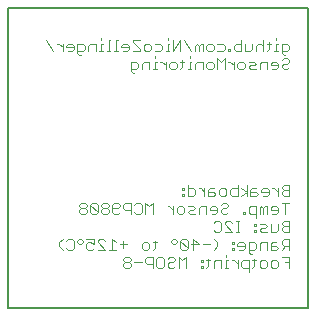
<source format=gbo>
G75*
%MOIN*%
%OFA0B0*%
%FSLAX25Y25*%
%IPPOS*%
%LPD*%
%AMOC8*
5,1,8,0,0,1.08239X$1,22.5*
%
%ADD10C,0.00000*%
%ADD11C,0.00300*%
%ADD12C,0.00500*%
D10*
X0005629Y0005629D02*
X0005629Y0105590D01*
X0105629Y0105629D01*
X0105629Y0005629D01*
X0005629Y0005629D01*
D11*
X0023725Y0024904D02*
X0022490Y0026139D01*
X0022490Y0027373D01*
X0023725Y0028607D01*
X0024939Y0027990D02*
X0025556Y0028607D01*
X0026791Y0028607D01*
X0027408Y0027990D01*
X0027408Y0025521D01*
X0026791Y0024904D01*
X0025556Y0024904D01*
X0024939Y0025521D01*
X0028626Y0027373D02*
X0028626Y0027990D01*
X0029243Y0028607D01*
X0029860Y0028607D01*
X0030477Y0027990D01*
X0030477Y0027373D01*
X0029860Y0026756D01*
X0029243Y0026756D01*
X0028626Y0027373D01*
X0031691Y0026756D02*
X0031691Y0025521D01*
X0032309Y0024904D01*
X0033543Y0024904D01*
X0034160Y0025521D01*
X0034160Y0026756D02*
X0032926Y0027373D01*
X0032309Y0027373D01*
X0031691Y0026756D01*
X0031691Y0028607D02*
X0034160Y0028607D01*
X0034160Y0026756D01*
X0035375Y0027373D02*
X0035375Y0027990D01*
X0035992Y0028607D01*
X0037226Y0028607D01*
X0037843Y0027990D01*
X0040292Y0028607D02*
X0040292Y0024904D01*
X0039058Y0024904D02*
X0041527Y0024904D01*
X0042741Y0026756D02*
X0045210Y0026756D01*
X0043975Y0027990D02*
X0043975Y0025521D01*
X0044586Y0022607D02*
X0043969Y0021990D01*
X0043969Y0021373D01*
X0044586Y0020756D01*
X0045820Y0020756D01*
X0046437Y0021373D01*
X0046437Y0021990D01*
X0045820Y0022607D01*
X0044586Y0022607D01*
X0044586Y0020756D02*
X0043969Y0020139D01*
X0043969Y0019521D01*
X0044586Y0018904D01*
X0045820Y0018904D01*
X0046437Y0019521D01*
X0046437Y0020139D01*
X0045820Y0020756D01*
X0047652Y0020756D02*
X0050121Y0020756D01*
X0051335Y0020756D02*
X0051335Y0021990D01*
X0051952Y0022607D01*
X0053804Y0022607D01*
X0053804Y0018904D01*
X0055018Y0019521D02*
X0055018Y0021990D01*
X0055635Y0022607D01*
X0056870Y0022607D01*
X0057487Y0021990D01*
X0057487Y0019521D01*
X0056870Y0018904D01*
X0055635Y0018904D01*
X0055018Y0019521D01*
X0053804Y0020139D02*
X0051952Y0020139D01*
X0051335Y0020756D01*
X0050724Y0024904D02*
X0050107Y0025521D01*
X0050107Y0026756D01*
X0050724Y0027373D01*
X0051959Y0027373D01*
X0052576Y0026756D01*
X0052576Y0025521D01*
X0051959Y0024904D01*
X0050724Y0024904D01*
X0053797Y0024904D02*
X0054414Y0025521D01*
X0054414Y0027990D01*
X0055031Y0027373D02*
X0053797Y0027373D01*
X0059932Y0027373D02*
X0060549Y0026756D01*
X0061167Y0026756D01*
X0061784Y0027373D01*
X0061784Y0027990D01*
X0061167Y0028607D01*
X0060549Y0028607D01*
X0059932Y0027990D01*
X0059932Y0027373D01*
X0062998Y0027990D02*
X0062998Y0025521D01*
X0063615Y0024904D01*
X0064850Y0024904D01*
X0065467Y0025521D01*
X0062998Y0027990D01*
X0063615Y0028607D01*
X0064850Y0028607D01*
X0065467Y0027990D01*
X0065467Y0025521D01*
X0067299Y0024904D02*
X0067299Y0028607D01*
X0069150Y0026756D01*
X0066681Y0026756D01*
X0070364Y0026756D02*
X0072833Y0026756D01*
X0074054Y0028607D02*
X0075289Y0027373D01*
X0075289Y0026139D01*
X0074054Y0024904D01*
X0072216Y0021990D02*
X0072216Y0019521D01*
X0071599Y0018904D01*
X0070378Y0018904D02*
X0070378Y0019521D01*
X0069761Y0019521D01*
X0069761Y0018904D01*
X0070378Y0018904D01*
X0070378Y0020756D02*
X0070378Y0021373D01*
X0069761Y0021373D01*
X0069761Y0020756D01*
X0070378Y0020756D01*
X0071599Y0021373D02*
X0072833Y0021373D01*
X0074048Y0020756D02*
X0074048Y0018904D01*
X0074048Y0020756D02*
X0074665Y0021373D01*
X0076516Y0021373D01*
X0076516Y0018904D01*
X0077737Y0018904D02*
X0078972Y0018904D01*
X0078355Y0018904D02*
X0078355Y0021373D01*
X0078972Y0021373D01*
X0080190Y0021373D02*
X0080807Y0021373D01*
X0082041Y0020139D01*
X0082041Y0021373D02*
X0082041Y0018904D01*
X0083255Y0019521D02*
X0083873Y0018904D01*
X0085724Y0018904D01*
X0086945Y0018904D02*
X0087563Y0019521D01*
X0087563Y0021990D01*
X0088180Y0021373D02*
X0086945Y0021373D01*
X0085724Y0021373D02*
X0083873Y0021373D01*
X0083255Y0020756D01*
X0083255Y0019521D01*
X0085724Y0017670D02*
X0085724Y0021373D01*
X0086328Y0023670D02*
X0085711Y0024287D01*
X0085711Y0027373D01*
X0087563Y0027373D01*
X0088180Y0026756D01*
X0088180Y0025521D01*
X0087563Y0024904D01*
X0085711Y0024904D01*
X0086328Y0023670D02*
X0086945Y0023670D01*
X0089394Y0024904D02*
X0089394Y0026756D01*
X0090011Y0027373D01*
X0091863Y0027373D01*
X0091863Y0024904D01*
X0093077Y0024904D02*
X0094929Y0024904D01*
X0095546Y0025521D01*
X0094929Y0026139D01*
X0093077Y0026139D01*
X0093077Y0026756D02*
X0093077Y0024904D01*
X0093077Y0026756D02*
X0093694Y0027373D01*
X0094929Y0027373D01*
X0096760Y0027990D02*
X0096760Y0026756D01*
X0097378Y0026139D01*
X0099229Y0026139D01*
X0097995Y0026139D02*
X0096760Y0024904D01*
X0096760Y0022607D02*
X0099229Y0022607D01*
X0099229Y0018904D01*
X0099229Y0020756D02*
X0097995Y0020756D01*
X0095546Y0020756D02*
X0095546Y0019521D01*
X0094929Y0018904D01*
X0093694Y0018904D01*
X0093077Y0019521D01*
X0093077Y0020756D01*
X0093694Y0021373D01*
X0094929Y0021373D01*
X0095546Y0020756D01*
X0091863Y0020756D02*
X0091863Y0019521D01*
X0091246Y0018904D01*
X0090011Y0018904D01*
X0089394Y0019521D01*
X0089394Y0020756D01*
X0090011Y0021373D01*
X0091246Y0021373D01*
X0091863Y0020756D01*
X0099229Y0024904D02*
X0099229Y0028607D01*
X0097378Y0028607D01*
X0096760Y0027990D01*
X0097378Y0030904D02*
X0099229Y0030904D01*
X0099229Y0034607D01*
X0097378Y0034607D01*
X0096760Y0033990D01*
X0096760Y0033373D01*
X0097378Y0032756D01*
X0099229Y0032756D01*
X0097378Y0032756D02*
X0096760Y0032139D01*
X0096760Y0031521D01*
X0097378Y0030904D01*
X0095546Y0031521D02*
X0094929Y0030904D01*
X0093077Y0030904D01*
X0093077Y0033373D01*
X0091863Y0032756D02*
X0091246Y0032139D01*
X0090011Y0032139D01*
X0089394Y0031521D01*
X0090011Y0030904D01*
X0091863Y0030904D01*
X0091863Y0032756D02*
X0091246Y0033373D01*
X0089394Y0033373D01*
X0088180Y0033373D02*
X0088180Y0032756D01*
X0087563Y0032756D01*
X0087563Y0033373D01*
X0088180Y0033373D01*
X0088180Y0031521D02*
X0087563Y0031521D01*
X0087563Y0030904D01*
X0088180Y0030904D01*
X0088180Y0031521D01*
X0088180Y0035670D02*
X0088180Y0039373D01*
X0086328Y0039373D01*
X0085711Y0038756D01*
X0085711Y0037521D01*
X0086328Y0036904D01*
X0088180Y0036904D01*
X0089394Y0036904D02*
X0089394Y0038756D01*
X0090011Y0039373D01*
X0090628Y0038756D01*
X0090628Y0036904D01*
X0091863Y0036904D02*
X0091863Y0039373D01*
X0091246Y0039373D01*
X0090628Y0038756D01*
X0093077Y0038756D02*
X0093077Y0038139D01*
X0095546Y0038139D01*
X0095546Y0038756D02*
X0094929Y0039373D01*
X0093694Y0039373D01*
X0093077Y0038756D01*
X0093694Y0036904D02*
X0094929Y0036904D01*
X0095546Y0037521D01*
X0095546Y0038756D01*
X0096760Y0040607D02*
X0099229Y0040607D01*
X0097995Y0040607D02*
X0097995Y0036904D01*
X0095546Y0033373D02*
X0095546Y0031521D01*
X0095546Y0042904D02*
X0095546Y0045373D01*
X0096760Y0045373D02*
X0096760Y0045990D01*
X0097378Y0046607D01*
X0099229Y0046607D01*
X0099229Y0042904D01*
X0097378Y0042904D01*
X0096760Y0043521D01*
X0096760Y0044139D01*
X0097378Y0044756D01*
X0099229Y0044756D01*
X0097378Y0044756D02*
X0096760Y0045373D01*
X0095546Y0044139D02*
X0094312Y0045373D01*
X0093694Y0045373D01*
X0092477Y0044756D02*
X0092477Y0043521D01*
X0091860Y0042904D01*
X0090625Y0042904D01*
X0090008Y0044139D02*
X0092477Y0044139D01*
X0092477Y0044756D02*
X0091860Y0045373D01*
X0090625Y0045373D01*
X0090008Y0044756D01*
X0090008Y0044139D01*
X0088794Y0043521D02*
X0088176Y0042904D01*
X0086325Y0042904D01*
X0086325Y0044756D01*
X0086942Y0045373D01*
X0088176Y0045373D01*
X0088176Y0044139D02*
X0086325Y0044139D01*
X0085110Y0044139D02*
X0083259Y0045373D01*
X0082041Y0045373D02*
X0080190Y0045373D01*
X0079572Y0044756D01*
X0079572Y0043521D01*
X0080190Y0042904D01*
X0082041Y0042904D01*
X0082041Y0046607D01*
X0085110Y0046607D02*
X0085110Y0042904D01*
X0085110Y0044139D02*
X0083259Y0042904D01*
X0078358Y0043521D02*
X0077741Y0042904D01*
X0076506Y0042904D01*
X0075889Y0043521D01*
X0075889Y0044756D01*
X0076506Y0045373D01*
X0077741Y0045373D01*
X0078358Y0044756D01*
X0078358Y0043521D01*
X0078355Y0040607D02*
X0077120Y0040607D01*
X0076503Y0039990D01*
X0077120Y0038756D02*
X0076503Y0038139D01*
X0076503Y0037521D01*
X0077120Y0036904D01*
X0078355Y0036904D01*
X0078972Y0037521D01*
X0078355Y0038756D02*
X0077120Y0038756D01*
X0075289Y0038756D02*
X0075289Y0037521D01*
X0074672Y0036904D01*
X0073437Y0036904D01*
X0072820Y0038139D02*
X0075289Y0038139D01*
X0075289Y0038756D02*
X0074672Y0039373D01*
X0073437Y0039373D01*
X0072820Y0038756D01*
X0072820Y0038139D01*
X0071606Y0036904D02*
X0071606Y0039373D01*
X0069754Y0039373D01*
X0069137Y0038756D01*
X0069137Y0036904D01*
X0067922Y0036904D02*
X0066071Y0036904D01*
X0065454Y0037521D01*
X0066071Y0038139D01*
X0067305Y0038139D01*
X0067922Y0038756D01*
X0067305Y0039373D01*
X0065454Y0039373D01*
X0064239Y0038756D02*
X0064239Y0037521D01*
X0063622Y0036904D01*
X0062388Y0036904D01*
X0061770Y0037521D01*
X0061770Y0038756D01*
X0062388Y0039373D01*
X0063622Y0039373D01*
X0064239Y0038756D01*
X0060556Y0039373D02*
X0060556Y0036904D01*
X0060556Y0038139D02*
X0059322Y0039373D01*
X0058705Y0039373D01*
X0053804Y0040607D02*
X0053804Y0036904D01*
X0052569Y0039373D02*
X0051335Y0040607D01*
X0051335Y0036904D01*
X0050121Y0037521D02*
X0049503Y0036904D01*
X0048269Y0036904D01*
X0047652Y0037521D01*
X0046437Y0036904D02*
X0046437Y0040607D01*
X0044586Y0040607D01*
X0043969Y0039990D01*
X0043969Y0038756D01*
X0044586Y0038139D01*
X0046437Y0038139D01*
X0047652Y0039990D02*
X0048269Y0040607D01*
X0049503Y0040607D01*
X0050121Y0039990D01*
X0050121Y0037521D01*
X0052569Y0039373D02*
X0053804Y0040607D01*
X0063622Y0042904D02*
X0064239Y0042904D01*
X0064239Y0043521D01*
X0063622Y0043521D01*
X0063622Y0042904D01*
X0065454Y0042904D02*
X0067305Y0042904D01*
X0067922Y0043521D01*
X0067922Y0044756D01*
X0067305Y0045373D01*
X0065454Y0045373D01*
X0065454Y0046607D02*
X0065454Y0042904D01*
X0064239Y0044756D02*
X0064239Y0045373D01*
X0063622Y0045373D01*
X0063622Y0044756D01*
X0064239Y0044756D01*
X0069140Y0045373D02*
X0069757Y0045373D01*
X0070992Y0044139D01*
X0072206Y0044139D02*
X0074058Y0044139D01*
X0074675Y0043521D01*
X0074058Y0042904D01*
X0072206Y0042904D01*
X0072206Y0044756D01*
X0072823Y0045373D01*
X0074058Y0045373D01*
X0070992Y0045373D02*
X0070992Y0042904D01*
X0078355Y0040607D02*
X0078972Y0039990D01*
X0078972Y0039373D01*
X0078355Y0038756D01*
X0078348Y0034607D02*
X0079582Y0034607D01*
X0080200Y0033990D01*
X0078348Y0034607D02*
X0077731Y0033990D01*
X0077731Y0033373D01*
X0080200Y0030904D01*
X0077731Y0030904D01*
X0076516Y0031521D02*
X0075899Y0030904D01*
X0074665Y0030904D01*
X0074048Y0031521D01*
X0076516Y0031521D02*
X0076516Y0033990D01*
X0075899Y0034607D01*
X0074665Y0034607D01*
X0074048Y0033990D01*
X0080196Y0027373D02*
X0080196Y0026756D01*
X0080813Y0026756D01*
X0080813Y0027373D01*
X0080196Y0027373D01*
X0080196Y0025521D02*
X0080196Y0024904D01*
X0080813Y0024904D01*
X0080813Y0025521D01*
X0080196Y0025521D01*
X0082028Y0026139D02*
X0082028Y0026756D01*
X0082645Y0027373D01*
X0083879Y0027373D01*
X0084497Y0026756D01*
X0084497Y0025521D01*
X0083879Y0024904D01*
X0082645Y0024904D01*
X0082028Y0026139D02*
X0084497Y0026139D01*
X0082655Y0030904D02*
X0081421Y0030904D01*
X0082038Y0030904D02*
X0082038Y0034607D01*
X0082655Y0034607D02*
X0081421Y0034607D01*
X0083879Y0036904D02*
X0084497Y0036904D01*
X0084497Y0037521D01*
X0083879Y0037521D01*
X0083879Y0036904D01*
X0088794Y0043521D02*
X0088176Y0044139D01*
X0078355Y0023224D02*
X0078355Y0022607D01*
X0064853Y0022607D02*
X0064853Y0018904D01*
X0062384Y0018904D02*
X0062384Y0022607D01*
X0063619Y0021373D01*
X0064853Y0022607D01*
X0061170Y0021990D02*
X0061170Y0021373D01*
X0060553Y0020756D01*
X0059318Y0020756D01*
X0058701Y0020139D01*
X0058701Y0019521D01*
X0059318Y0018904D01*
X0060553Y0018904D01*
X0061170Y0019521D01*
X0061170Y0021990D02*
X0060553Y0022607D01*
X0059318Y0022607D01*
X0058701Y0021990D01*
X0042754Y0037521D02*
X0042137Y0036904D01*
X0040903Y0036904D01*
X0040285Y0037521D01*
X0040285Y0039990D01*
X0040903Y0040607D01*
X0042137Y0040607D01*
X0042754Y0039990D01*
X0042754Y0039373D01*
X0042137Y0038756D01*
X0040285Y0038756D01*
X0039071Y0039373D02*
X0039071Y0039990D01*
X0038454Y0040607D01*
X0037220Y0040607D01*
X0036602Y0039990D01*
X0036602Y0039373D01*
X0037220Y0038756D01*
X0038454Y0038756D01*
X0039071Y0039373D01*
X0038454Y0038756D02*
X0039071Y0038139D01*
X0039071Y0037521D01*
X0038454Y0036904D01*
X0037220Y0036904D01*
X0036602Y0037521D01*
X0036602Y0038139D01*
X0037220Y0038756D01*
X0035388Y0039990D02*
X0035388Y0037521D01*
X0032919Y0039990D01*
X0032919Y0037521D01*
X0033536Y0036904D01*
X0034771Y0036904D01*
X0035388Y0037521D01*
X0035388Y0039990D02*
X0034771Y0040607D01*
X0033536Y0040607D01*
X0032919Y0039990D01*
X0031705Y0039990D02*
X0031088Y0040607D01*
X0029853Y0040607D01*
X0029236Y0039990D01*
X0029236Y0039373D01*
X0029853Y0038756D01*
X0031088Y0038756D01*
X0031705Y0039373D01*
X0031705Y0039990D01*
X0031088Y0038756D02*
X0031705Y0038139D01*
X0031705Y0037521D01*
X0031088Y0036904D01*
X0029853Y0036904D01*
X0029236Y0037521D01*
X0029236Y0038139D01*
X0029853Y0038756D01*
X0035375Y0027373D02*
X0037843Y0024904D01*
X0035375Y0024904D01*
X0040292Y0028607D02*
X0041527Y0027373D01*
X0047041Y0083920D02*
X0046424Y0084537D01*
X0046424Y0087623D01*
X0048276Y0087623D01*
X0048893Y0087006D01*
X0048893Y0085771D01*
X0048276Y0085154D01*
X0046424Y0085154D01*
X0047041Y0083920D02*
X0047658Y0083920D01*
X0050107Y0085154D02*
X0050107Y0087006D01*
X0050724Y0087623D01*
X0052576Y0087623D01*
X0052576Y0085154D01*
X0053797Y0085154D02*
X0055031Y0085154D01*
X0054414Y0085154D02*
X0054414Y0087623D01*
X0055031Y0087623D01*
X0056249Y0087623D02*
X0056866Y0087623D01*
X0058101Y0086389D01*
X0058101Y0087623D02*
X0058101Y0085154D01*
X0059315Y0085771D02*
X0059315Y0087006D01*
X0059932Y0087623D01*
X0061167Y0087623D01*
X0061784Y0087006D01*
X0061784Y0085771D01*
X0061167Y0085154D01*
X0059932Y0085154D01*
X0059315Y0085771D01*
X0063005Y0085154D02*
X0063622Y0085771D01*
X0063622Y0088240D01*
X0064239Y0087623D02*
X0063005Y0087623D01*
X0066078Y0087623D02*
X0066078Y0085154D01*
X0066695Y0085154D02*
X0065460Y0085154D01*
X0067909Y0085154D02*
X0067909Y0087006D01*
X0068526Y0087623D01*
X0070378Y0087623D01*
X0070378Y0085154D01*
X0071592Y0085771D02*
X0071592Y0087006D01*
X0072209Y0087623D01*
X0073444Y0087623D01*
X0074061Y0087006D01*
X0074061Y0085771D01*
X0073444Y0085154D01*
X0072209Y0085154D01*
X0071592Y0085771D01*
X0075275Y0085154D02*
X0075275Y0088857D01*
X0076510Y0087623D01*
X0077744Y0088857D01*
X0077744Y0085154D01*
X0078962Y0087623D02*
X0079579Y0087623D01*
X0080813Y0086389D01*
X0080813Y0087623D02*
X0080813Y0085154D01*
X0082028Y0085771D02*
X0082028Y0087006D01*
X0082645Y0087623D01*
X0083879Y0087623D01*
X0084497Y0087006D01*
X0084497Y0085771D01*
X0083879Y0085154D01*
X0082645Y0085154D01*
X0082028Y0085771D01*
X0085711Y0085771D02*
X0086328Y0085154D01*
X0088180Y0085154D01*
X0089394Y0085154D02*
X0089394Y0087006D01*
X0090011Y0087623D01*
X0091863Y0087623D01*
X0091863Y0085154D01*
X0093077Y0086389D02*
X0095546Y0086389D01*
X0095546Y0087006D02*
X0095546Y0085771D01*
X0094929Y0085154D01*
X0093694Y0085154D01*
X0093077Y0086389D02*
X0093077Y0087006D01*
X0093694Y0087623D01*
X0094929Y0087623D01*
X0095546Y0087006D01*
X0096760Y0086389D02*
X0096760Y0085771D01*
X0097378Y0085154D01*
X0098612Y0085154D01*
X0099229Y0085771D01*
X0098612Y0087006D02*
X0097378Y0087006D01*
X0096760Y0086389D01*
X0096760Y0088240D02*
X0097378Y0088857D01*
X0098612Y0088857D01*
X0099229Y0088240D01*
X0099229Y0087623D01*
X0098612Y0087006D01*
X0097995Y0089920D02*
X0097378Y0089920D01*
X0096760Y0090537D01*
X0096760Y0093623D01*
X0098612Y0093623D01*
X0099229Y0093006D01*
X0099229Y0091771D01*
X0098612Y0091154D01*
X0096760Y0091154D01*
X0095546Y0091154D02*
X0094312Y0091154D01*
X0094929Y0091154D02*
X0094929Y0093623D01*
X0095546Y0093623D01*
X0094929Y0094857D02*
X0094929Y0095474D01*
X0093091Y0093623D02*
X0091856Y0093623D01*
X0092473Y0094240D02*
X0092473Y0091771D01*
X0091856Y0091154D01*
X0090635Y0091154D02*
X0090635Y0094857D01*
X0090018Y0093623D02*
X0088784Y0093623D01*
X0088166Y0093006D01*
X0088166Y0091154D01*
X0086952Y0091771D02*
X0086335Y0091154D01*
X0084483Y0091154D01*
X0084483Y0093623D01*
X0083269Y0093623D02*
X0081417Y0093623D01*
X0080800Y0093006D01*
X0080800Y0091771D01*
X0081417Y0091154D01*
X0083269Y0091154D01*
X0083269Y0094857D01*
X0079586Y0091771D02*
X0078969Y0091771D01*
X0078969Y0091154D01*
X0079586Y0091154D01*
X0079586Y0091771D01*
X0077744Y0091771D02*
X0077127Y0091154D01*
X0075275Y0091154D01*
X0074061Y0091771D02*
X0073444Y0091154D01*
X0072209Y0091154D01*
X0071592Y0091771D01*
X0071592Y0093006D01*
X0072209Y0093623D01*
X0073444Y0093623D01*
X0074061Y0093006D01*
X0074061Y0091771D01*
X0075275Y0093623D02*
X0077127Y0093623D01*
X0077744Y0093006D01*
X0077744Y0091771D01*
X0070378Y0091154D02*
X0070378Y0093623D01*
X0069761Y0093623D01*
X0069143Y0093006D01*
X0068526Y0093623D01*
X0067909Y0093006D01*
X0067909Y0091154D01*
X0066695Y0091154D02*
X0064226Y0094857D01*
X0063012Y0094857D02*
X0060543Y0091154D01*
X0060543Y0094857D01*
X0059328Y0093623D02*
X0058711Y0093623D01*
X0058711Y0091154D01*
X0059328Y0091154D02*
X0058094Y0091154D01*
X0056873Y0091771D02*
X0056256Y0091154D01*
X0054404Y0091154D01*
X0053190Y0091771D02*
X0052573Y0091154D01*
X0051338Y0091154D01*
X0050721Y0091771D01*
X0050721Y0093006D01*
X0051338Y0093623D01*
X0052573Y0093623D01*
X0053190Y0093006D01*
X0053190Y0091771D01*
X0054404Y0093623D02*
X0056256Y0093623D01*
X0056873Y0093006D01*
X0056873Y0091771D01*
X0054414Y0089474D02*
X0054414Y0088857D01*
X0049507Y0091154D02*
X0047038Y0091154D01*
X0045824Y0091771D02*
X0045824Y0093006D01*
X0045206Y0093623D01*
X0043972Y0093623D01*
X0043355Y0093006D01*
X0043355Y0092389D01*
X0045824Y0092389D01*
X0045824Y0091771D02*
X0045206Y0091154D01*
X0043972Y0091154D01*
X0042140Y0091154D02*
X0040906Y0091154D01*
X0041523Y0091154D02*
X0041523Y0094857D01*
X0042140Y0094857D01*
X0039685Y0094857D02*
X0039068Y0094857D01*
X0039068Y0091154D01*
X0039685Y0091154D02*
X0038451Y0091154D01*
X0037230Y0091154D02*
X0035995Y0091154D01*
X0036612Y0091154D02*
X0036612Y0093623D01*
X0037230Y0093623D01*
X0036612Y0094857D02*
X0036612Y0095474D01*
X0034774Y0093623D02*
X0032923Y0093623D01*
X0032305Y0093006D01*
X0032305Y0091154D01*
X0031091Y0091771D02*
X0030474Y0091154D01*
X0028622Y0091154D01*
X0028622Y0090537D02*
X0028622Y0093623D01*
X0030474Y0093623D01*
X0031091Y0093006D01*
X0031091Y0091771D01*
X0029857Y0089920D02*
X0029239Y0089920D01*
X0028622Y0090537D01*
X0027408Y0091771D02*
X0027408Y0093006D01*
X0026791Y0093623D01*
X0025556Y0093623D01*
X0024939Y0093006D01*
X0024939Y0092389D01*
X0027408Y0092389D01*
X0027408Y0091771D02*
X0026791Y0091154D01*
X0025556Y0091154D01*
X0023725Y0091154D02*
X0023725Y0093623D01*
X0023725Y0092389D02*
X0022490Y0093623D01*
X0021873Y0093623D01*
X0020655Y0091154D02*
X0018187Y0094857D01*
X0034774Y0093623D02*
X0034774Y0091154D01*
X0047038Y0094240D02*
X0049507Y0091771D01*
X0049507Y0091154D01*
X0047038Y0094240D02*
X0047038Y0094857D01*
X0049507Y0094857D01*
X0058711Y0094857D02*
X0058711Y0095474D01*
X0063012Y0094857D02*
X0063012Y0091154D01*
X0066078Y0089474D02*
X0066078Y0088857D01*
X0066078Y0087623D02*
X0066695Y0087623D01*
X0069143Y0091154D02*
X0069143Y0093006D01*
X0085711Y0087623D02*
X0087563Y0087623D01*
X0088180Y0087006D01*
X0087563Y0086389D01*
X0086328Y0086389D01*
X0085711Y0085771D01*
X0086952Y0091771D02*
X0086952Y0093623D01*
X0090018Y0093623D02*
X0090635Y0093006D01*
D12*
X0105629Y0005629D02*
X0005629Y0005629D01*
X0005629Y0105629D01*
X0105629Y0105629D01*
X0105629Y0005629D01*
M02*

</source>
